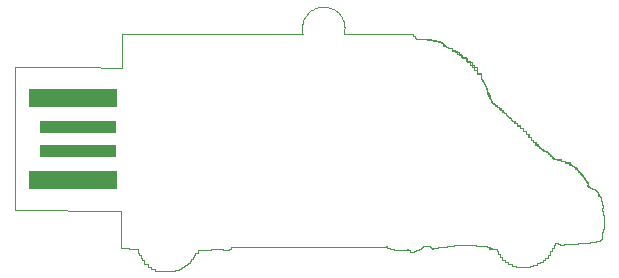
<source format=gtp>
G75*
%MOIN*%
%OFA0B0*%
%FSLAX24Y24*%
%IPPOS*%
%LPD*%
%AMOC8*
5,1,8,0,0,1.08239X$1,22.5*
%
%ADD10C,0.0010*%
%ADD11C,0.0004*%
%ADD12R,0.2953X0.0591*%
%ADD13R,0.2559X0.0394*%
D10*
X005682Y009387D02*
X005682Y009460D01*
X005557Y009460D01*
X005557Y009555D01*
X005438Y009555D01*
X005438Y009675D01*
X005386Y009675D01*
X005386Y009746D01*
X005331Y009746D01*
X005331Y009835D01*
X005283Y009835D01*
X005283Y009927D01*
X005250Y009927D01*
X005250Y010007D01*
X005235Y010007D01*
X005235Y010055D01*
X005135Y010055D01*
X005135Y010061D01*
X004929Y010061D01*
X004929Y010074D01*
X004755Y010074D01*
X005682Y009387D02*
X005818Y009387D01*
X005818Y009333D01*
X005969Y009333D01*
X005969Y009320D01*
X006023Y009320D01*
X006023Y009312D01*
X006073Y009312D01*
X006073Y009309D01*
X006244Y009309D01*
X006244Y009310D01*
X006349Y009310D01*
X006349Y009313D01*
X006415Y009313D01*
X006415Y009320D02*
X006463Y009320D01*
X006463Y009335D01*
X006514Y009335D01*
X006514Y009363D02*
X006595Y009363D01*
X006595Y009396D01*
X006672Y009396D01*
X006672Y009417D01*
X006716Y009417D01*
X006716Y009440D01*
X006758Y009440D01*
X006758Y009471D01*
X006807Y009471D01*
X006807Y009514D01*
X006871Y009514D01*
X006871Y009550D01*
X006918Y009550D01*
X006918Y009598D01*
X006966Y009598D01*
X006966Y009653D01*
X007016Y009653D01*
X007016Y009715D01*
X007064Y009715D01*
X007064Y009780D01*
X007109Y009780D01*
X007109Y009846D01*
X007149Y009846D01*
X007149Y009909D01*
X007182Y009909D01*
X007207Y009931D01*
X007231Y009931D01*
X007231Y010005D01*
X007256Y010005D01*
X007256Y010011D01*
X007305Y010011D01*
X007305Y010014D01*
X007335Y010014D01*
X007335Y010017D01*
X007384Y010017D01*
X007384Y010021D01*
X007444Y010021D01*
X007444Y010023D01*
X007508Y010023D01*
X007508Y010027D01*
X007581Y010027D01*
X007581Y010031D01*
X007664Y010031D01*
X007664Y010037D01*
X007748Y010037D01*
X007748Y010043D01*
X007821Y010043D01*
X007821Y010049D01*
X007893Y010049D01*
X007893Y010053D01*
X007948Y010053D01*
X007948Y010055D01*
X007990Y010055D01*
X007990Y010056D01*
X008020Y010056D01*
X008020Y010054D01*
X008041Y010054D01*
X008041Y010051D01*
X008054Y010051D01*
X008054Y010045D01*
X008063Y010045D01*
X008063Y010038D01*
X008068Y010038D01*
X008068Y010023D01*
X008084Y010023D01*
X008084Y010011D01*
X008111Y010011D01*
X008111Y010003D01*
X008146Y010003D01*
X008146Y010001D01*
X008189Y010001D01*
X008189Y010003D01*
X008211Y010003D01*
X008211Y010007D01*
X008233Y010007D01*
X008233Y010017D01*
X008256Y010017D01*
X008256Y010031D01*
X008283Y010031D01*
X008283Y010049D01*
X008311Y010049D01*
X008311Y010066D01*
X008328Y010066D01*
X008328Y010088D01*
X008340Y010088D01*
X008353Y010123D01*
X008364Y010123D01*
X008377Y010124D01*
X013513Y010111D01*
X013488Y010154D01*
X013552Y010154D01*
X013552Y010099D01*
X013633Y010099D01*
X013633Y010063D01*
X013698Y010063D01*
X013698Y010040D01*
X013756Y010040D01*
X013756Y010026D01*
X013822Y010026D01*
X013822Y010018D01*
X013917Y010018D01*
X013917Y010016D01*
X014033Y010016D01*
X014033Y010020D01*
X014142Y010020D01*
X014142Y010031D01*
X014217Y010031D01*
X014217Y010036D01*
X014237Y010036D01*
X014237Y010035D01*
X014253Y010035D01*
X014253Y010024D01*
X014270Y010024D01*
X014270Y010000D01*
X014296Y010000D01*
X014296Y009965D01*
X014344Y009965D01*
X014344Y009949D01*
X014391Y009949D01*
X014391Y009953D01*
X014437Y009953D01*
X014437Y009975D01*
X014482Y009975D01*
X014482Y009991D01*
X014513Y009991D01*
X014513Y010008D01*
X014553Y010008D01*
X014553Y010030D01*
X014611Y010030D01*
X014611Y010054D01*
X014661Y010054D01*
X014661Y010079D01*
X014698Y010079D01*
X014698Y010103D01*
X014720Y010103D01*
X014720Y010123D01*
X014736Y010123D01*
X014736Y010136D01*
X014760Y010136D01*
X014760Y010143D01*
X014806Y010143D01*
X014806Y010149D01*
X014885Y010149D01*
X014885Y010154D01*
X014975Y010154D01*
X014975Y010131D01*
X014981Y010131D01*
X014981Y010107D01*
X014993Y010107D01*
X014993Y010083D01*
X015013Y010083D01*
X015013Y010071D01*
X015028Y010071D01*
X015028Y010063D01*
X015041Y010063D01*
X015041Y010061D01*
X015056Y010061D01*
X015056Y010063D01*
X015075Y010063D01*
X015075Y010067D01*
X015107Y010067D01*
X015107Y010075D01*
X015167Y010075D01*
X015167Y010087D01*
X015247Y010087D01*
X015247Y010100D01*
X015338Y010100D01*
X015338Y010114D01*
X015438Y010114D01*
X015438Y010129D01*
X015542Y010129D01*
X015542Y010142D01*
X015636Y010142D01*
X015636Y010152D01*
X015710Y010152D01*
X015710Y010160D01*
X015766Y010160D01*
X015766Y010169D01*
X015814Y010169D01*
X015814Y010176D01*
X015849Y010176D01*
X015849Y010182D01*
X015866Y010182D01*
X015866Y010187D01*
X015897Y010187D01*
X015897Y010188D01*
X015969Y010188D01*
X015969Y010186D01*
X016074Y010186D01*
X016074Y010182D01*
X016204Y010182D01*
X016204Y010176D01*
X016350Y010176D01*
X016350Y010167D01*
X016503Y010167D01*
X016503Y010156D01*
X016656Y010156D01*
X016656Y010144D01*
X016800Y010144D01*
X016800Y010139D01*
X016838Y010139D01*
X016838Y010134D01*
X016867Y010134D01*
X016867Y010128D01*
X016888Y010128D01*
X016888Y010119D01*
X016900Y010119D01*
X016900Y010112D01*
X016914Y010112D01*
X016914Y010105D01*
X016933Y010105D01*
X016933Y010100D01*
X016961Y010100D01*
X016961Y010097D01*
X017001Y010097D01*
X017001Y010093D01*
X017006Y010081D01*
X017006Y010075D01*
X017038Y010075D01*
X017038Y010066D01*
X017064Y010066D01*
X017064Y010051D01*
X016953Y010088D01*
X016953Y010063D01*
X016998Y010063D01*
X016998Y010048D01*
X017039Y010048D01*
X017039Y010040D01*
X017081Y010040D01*
X017081Y010038D01*
X017208Y010038D01*
X017208Y009988D01*
X017233Y009988D01*
X017233Y009887D01*
X017296Y009887D01*
X017296Y009784D01*
X017380Y009784D01*
X017380Y009690D01*
X017476Y009690D01*
X017476Y009615D01*
X017576Y009615D01*
X017576Y009549D01*
X017695Y009549D01*
X017695Y009499D01*
X017823Y009499D01*
X017823Y009464D01*
X017958Y009464D01*
X017958Y009446D01*
X018202Y009446D01*
X018202Y009459D01*
X018309Y009459D01*
X018309Y009484D01*
X018417Y009484D01*
X018417Y009520D01*
X018522Y009520D01*
X018522Y009567D01*
X018624Y009567D01*
X018624Y009624D01*
X018721Y009624D01*
X018721Y009690D01*
X018812Y009690D01*
X018812Y009765D01*
X018893Y009765D01*
X018893Y009861D01*
X018973Y009861D01*
X018973Y009972D01*
X019047Y009972D01*
X019047Y010084D01*
X019106Y010084D01*
X019106Y010184D01*
X019141Y010184D01*
X019141Y010231D01*
X019152Y010231D01*
X019152Y010235D01*
X019205Y010235D01*
X019205Y010237D01*
X019233Y010237D01*
X019233Y010235D01*
X019251Y010235D01*
X019251Y010231D01*
X019262Y010231D01*
X019262Y010222D01*
X019271Y010222D01*
X019271Y010209D01*
X019281Y010209D01*
X019281Y010201D01*
X019296Y010201D01*
X019296Y010196D01*
X019322Y010196D01*
X019322Y010194D01*
X019368Y010194D01*
X019368Y010197D01*
X019441Y010197D01*
X019441Y010203D01*
X019548Y010203D01*
X019548Y010214D01*
X019696Y010214D01*
X019696Y010229D01*
X019893Y010229D01*
X019893Y010242D01*
X020062Y010242D01*
X020062Y010251D01*
X020196Y010251D01*
X020196Y010260D01*
X020298Y010260D01*
X020298Y010267D01*
X020374Y010267D01*
X020374Y010273D01*
X020428Y010273D01*
X020428Y010278D01*
X020464Y010278D01*
X020464Y010284D01*
X020487Y010284D01*
X020487Y010290D01*
X020501Y010290D01*
X020501Y010303D01*
X020539Y010303D01*
X020539Y010308D01*
X020584Y010308D01*
X020584Y010309D01*
X020610Y010309D01*
X020610Y010313D01*
X020629Y010313D01*
X020629Y010323D01*
X020646Y010323D01*
X020646Y010340D01*
X020664Y010340D01*
X020664Y010361D01*
X020680Y010361D01*
X020680Y010378D01*
X020690Y010378D01*
X020690Y010401D01*
X020694Y010401D01*
X020694Y010436D01*
X020694Y010436D01*
X020694Y010491D01*
X020697Y010491D01*
X020697Y010543D01*
X020707Y010543D01*
X020707Y010587D01*
X020720Y010587D01*
X020720Y010616D01*
X020736Y010616D01*
X020736Y010649D01*
X020749Y010649D01*
X020749Y010713D01*
X020758Y010713D01*
X020758Y010799D01*
X020762Y010799D01*
X020762Y010899D01*
X020764Y010899D01*
X020764Y011003D01*
X020762Y011003D01*
X020762Y011103D01*
X020756Y011103D01*
X020756Y011189D01*
X020747Y011189D01*
X020747Y011254D01*
X020734Y011254D01*
X020734Y011330D01*
X020720Y011330D01*
X020720Y011403D01*
X020728Y011403D01*
X020728Y011475D01*
X020722Y011475D01*
X020722Y011533D01*
X020712Y011533D01*
X020712Y011597D01*
X020700Y011597D01*
X020700Y011660D01*
X020685Y011660D01*
X020685Y011715D01*
X020670Y011715D01*
X020670Y011758D01*
X020657Y011758D01*
X020657Y011782D01*
X020646Y011782D01*
X020646Y011798D01*
X020627Y011798D01*
X020627Y011804D01*
X020605Y011804D01*
X020605Y011805D01*
X020592Y011805D01*
X020592Y011810D01*
X020585Y011810D01*
X020585Y011820D01*
X020584Y011820D01*
X020584Y011839D01*
X020587Y011839D01*
X020587Y011860D01*
X020589Y011860D01*
X020589Y011879D01*
X020584Y011879D01*
X020584Y011903D01*
X020572Y011903D01*
X020572Y011940D01*
X020547Y011940D01*
X020547Y011964D01*
X020530Y011964D01*
X020530Y011982D01*
X020516Y011982D01*
X020516Y011998D01*
X020499Y011998D01*
X020499Y012011D01*
X020480Y012011D01*
X020480Y012024D01*
X020454Y012024D01*
X020454Y012040D01*
X020417Y012040D01*
X020417Y012060D01*
X020368Y012060D01*
X020368Y012085D01*
X020302Y012085D01*
X020302Y012102D01*
X020259Y012102D01*
X020259Y012115D01*
X020234Y012115D01*
X020234Y012127D01*
X020221Y012127D01*
X020221Y012142D01*
X020215Y012142D01*
X020215Y012164D01*
X020214Y012164D01*
X020214Y012179D01*
X020220Y012179D01*
X020220Y012195D01*
X020227Y012195D01*
X020227Y012220D01*
X020230Y012220D01*
X020230Y012235D01*
X020229Y012235D01*
X020229Y012248D01*
X020224Y012248D01*
X020224Y012258D01*
X020215Y012258D01*
X020215Y012267D01*
X020201Y012267D01*
X020201Y012281D01*
X020186Y012281D01*
X020186Y012305D01*
X020164Y012305D01*
X020164Y012338D01*
X020140Y012338D01*
X020140Y012374D01*
X020115Y012374D01*
X020115Y012413D01*
X020087Y012413D01*
X020087Y012456D01*
X020057Y012456D01*
X020057Y012496D01*
X020027Y012496D01*
X020027Y012529D01*
X020001Y012529D01*
X020001Y012557D01*
X019979Y012557D01*
X019979Y012582D01*
X019958Y012582D01*
X019958Y012602D01*
X019943Y012602D01*
X019943Y012614D01*
X019933Y012614D01*
X019933Y012629D01*
X019919Y012629D01*
X019919Y012655D01*
X019892Y012655D01*
X019892Y012689D01*
X019855Y012689D01*
X019855Y012727D01*
X019812Y012727D01*
X019812Y012775D01*
X019757Y012775D01*
X019757Y012812D01*
X019708Y012812D01*
X019708Y012840D01*
X019664Y012840D01*
X019664Y012866D01*
X019616Y012866D01*
X019616Y012931D01*
X019474Y012931D01*
X019474Y012989D01*
X019331Y012989D01*
X019331Y013032D01*
X019203Y013032D01*
X019203Y013055D01*
X019105Y013055D01*
X019105Y013059D01*
X019081Y013059D01*
X019081Y013066D01*
X019064Y013066D01*
X019064Y013080D01*
X019051Y013080D01*
X019051Y013103D01*
X019035Y013103D01*
X019035Y013119D01*
X019024Y013119D01*
X019024Y013135D01*
X019012Y013135D01*
X019012Y013148D01*
X019001Y013148D01*
X019001Y013155D01*
X018993Y013155D01*
X018993Y013165D01*
X018982Y013165D01*
X018982Y013183D01*
X018965Y013183D01*
X018965Y013206D01*
X018944Y013206D01*
X018944Y013233D01*
X018920Y013233D01*
X018920Y013255D01*
X018901Y013255D01*
X018901Y013271D01*
X018886Y013271D01*
X018886Y013283D01*
X018875Y013283D01*
X018875Y013291D01*
X018864Y013291D01*
X018864Y013297D01*
X018855Y013297D01*
X018855Y013299D01*
X018846Y013299D01*
X018846Y013301D01*
X018821Y013301D01*
X018821Y013305D01*
X018789Y013305D01*
X018789Y013316D01*
X018769Y013316D01*
X018769Y013332D01*
X018749Y013332D01*
X018749Y013348D01*
X018719Y013348D01*
X018719Y013366D01*
X018687Y013366D01*
X018687Y013385D01*
X018663Y013385D01*
X018663Y013403D01*
X018640Y013403D01*
X018640Y013418D01*
X018612Y013418D01*
X018612Y013435D01*
X018587Y013435D01*
X018587Y013473D01*
X018545Y013473D01*
X018545Y013531D01*
X018486Y013531D01*
X018486Y013611D01*
X018411Y013611D01*
X018411Y013686D01*
X018338Y013686D01*
X018338Y013775D01*
X018251Y013775D01*
X018251Y013872D01*
X018157Y013872D01*
X018157Y013972D01*
X018057Y013972D01*
X018057Y014070D01*
X017958Y014070D01*
X017958Y014164D01*
X017862Y014164D01*
X017862Y014246D01*
X017777Y014246D01*
X017777Y014314D01*
X017706Y014314D01*
X017706Y014354D01*
X017663Y014354D01*
X017663Y014400D01*
X017616Y014400D01*
X017616Y014443D01*
X017569Y014443D01*
X017569Y014481D01*
X017529Y014481D01*
X017529Y014521D01*
X017488Y014521D01*
X017488Y014567D01*
X017437Y014567D01*
X017437Y014618D01*
X017380Y014618D01*
X017380Y014673D01*
X017320Y014673D01*
X017320Y014728D01*
X017258Y014728D01*
X017258Y014780D01*
X017198Y014780D01*
X017198Y014828D01*
X017142Y014828D01*
X017142Y014869D01*
X017094Y014869D01*
X017094Y014896D01*
X017063Y014896D01*
X017063Y014921D01*
X017037Y014921D01*
X017037Y014940D01*
X017020Y014940D01*
X017020Y014951D01*
X017013Y014951D01*
X017013Y014966D01*
X017008Y014966D01*
X017008Y014996D01*
X016996Y014996D01*
X016996Y015036D01*
X016976Y015036D01*
X016976Y015083D01*
X016953Y015083D01*
X016953Y015165D01*
X016913Y015165D01*
X016913Y015230D01*
X016885Y015230D01*
X016885Y015281D01*
X016869Y015281D01*
X016869Y015321D01*
X016865Y015321D01*
X016865Y015342D01*
X016860Y015342D01*
X016860Y015377D01*
X016846Y015377D01*
X016846Y015424D01*
X016825Y015424D01*
X016825Y015479D01*
X016797Y015479D01*
X016797Y015538D01*
X016766Y015538D01*
X016766Y015600D01*
X016731Y015600D01*
X016731Y015661D01*
X016695Y015661D01*
X016695Y015719D01*
X016660Y015719D01*
X016660Y015878D01*
X016549Y015878D01*
X016549Y016033D01*
X016427Y016033D01*
X016427Y016180D01*
X016294Y016180D01*
X016294Y016318D01*
X016155Y016318D01*
X016155Y016444D01*
X016010Y016444D01*
X016010Y016557D01*
X015862Y016557D01*
X015862Y016655D01*
X015714Y016655D01*
X015714Y016736D01*
X015566Y016736D01*
X015566Y016773D01*
X015490Y016773D01*
X015490Y016801D01*
X015446Y016801D01*
X015446Y016827D01*
X015420Y016827D01*
X015420Y016864D01*
X015399Y016864D01*
X015399Y016883D01*
X015388Y016883D01*
X015388Y016900D01*
X015375Y016900D01*
X015375Y016916D01*
X015361Y016916D01*
X015361Y016926D01*
X015347Y016926D01*
X015347Y016946D01*
X015306Y016946D01*
X015306Y016964D01*
X015246Y016964D01*
X015246Y016982D01*
X015170Y016982D01*
X015170Y016998D01*
X015080Y016998D01*
X015080Y017012D01*
X014979Y017012D01*
X014979Y017025D01*
X014868Y017025D01*
X014868Y017036D01*
X014750Y017036D01*
X014750Y017044D01*
X014627Y017044D01*
X014627Y017050D01*
X014493Y017050D01*
X014493Y017088D01*
X014475Y017088D01*
X014475Y017120D01*
X014458Y017120D01*
X014458Y017142D01*
X014441Y017142D01*
X014441Y017143D01*
X014438Y017143D01*
X014438Y017144D01*
X014431Y017144D01*
X014431Y017145D01*
X014420Y017145D01*
X014420Y017146D01*
X014403Y017146D01*
X014412Y017156D02*
X014429Y017156D01*
X014429Y017155D01*
X014440Y017155D01*
X014440Y017154D01*
X014448Y017154D01*
X014448Y017153D01*
X014451Y017153D01*
X014451Y017151D01*
X014467Y017151D01*
X014467Y017129D01*
X014484Y017129D01*
X014484Y017098D01*
X014501Y017098D01*
X014501Y017059D01*
X014635Y017059D01*
X014635Y017053D01*
X014759Y017053D01*
X014759Y017045D01*
X014877Y017045D01*
X014877Y017035D01*
X014988Y017035D01*
X014988Y017022D01*
X015090Y017022D01*
X015090Y017007D01*
X015179Y017007D01*
X015179Y016991D01*
X015255Y016991D01*
X015255Y016973D01*
X015315Y016973D01*
X015315Y016954D01*
X015357Y016954D01*
X015357Y016935D01*
X015370Y016935D01*
X015370Y016925D01*
X015384Y016925D01*
X015384Y016910D01*
X015397Y016910D01*
X015397Y016892D01*
X015408Y016892D01*
X015408Y016874D01*
X015430Y016874D01*
X015430Y016837D01*
X015456Y016837D01*
X015456Y016810D01*
X015500Y016810D01*
X015500Y016783D01*
X015575Y016783D01*
X015575Y016745D01*
X015687Y016745D01*
X015687Y016684D01*
X015812Y016684D01*
X015812Y016606D01*
X015936Y016606D01*
X015936Y016519D01*
X016049Y016519D01*
X016049Y016430D01*
X016220Y016430D01*
X016220Y016274D01*
X016384Y016274D01*
X016384Y016100D01*
X016536Y016100D01*
X016536Y015916D01*
X016668Y015916D01*
X016668Y015728D01*
X016705Y015728D01*
X016705Y015671D01*
X016740Y015671D01*
X016740Y015609D01*
X016775Y015609D01*
X016775Y015548D01*
X016807Y015548D01*
X016807Y015488D01*
X016834Y015488D01*
X016834Y015433D01*
X016855Y015433D01*
X016855Y015387D01*
X016869Y015387D01*
X016869Y015351D01*
X016874Y015351D01*
X016874Y015330D01*
X016879Y015330D01*
X016879Y015290D01*
X016895Y015290D01*
X016895Y015239D01*
X016922Y015239D01*
X016922Y015174D01*
X016962Y015174D01*
X016962Y015092D01*
X016986Y015092D01*
X016986Y015046D01*
X017005Y015046D01*
X017005Y015005D01*
X017018Y015005D01*
X017018Y014975D01*
X017023Y014975D01*
X017023Y014961D01*
X017029Y014961D01*
X017029Y014950D01*
X017047Y014950D01*
X017047Y014931D01*
X017072Y014931D01*
X017072Y014906D01*
X017103Y014906D01*
X017103Y014878D01*
X017152Y014878D01*
X017152Y014837D01*
X017207Y014837D01*
X017207Y014789D01*
X017268Y014789D01*
X017268Y014737D01*
X017329Y014737D01*
X017329Y014682D01*
X017389Y014682D01*
X017389Y014628D01*
X017446Y014628D01*
X017446Y014576D01*
X017497Y014576D01*
X017497Y014529D01*
X017538Y014529D01*
X017538Y014491D01*
X017578Y014491D01*
X017578Y014453D01*
X017625Y014453D01*
X017625Y014409D01*
X017672Y014409D01*
X017672Y014364D01*
X017715Y014364D01*
X017715Y014324D01*
X017787Y014324D01*
X017787Y014256D01*
X017872Y014256D01*
X017872Y014173D01*
X017967Y014173D01*
X017967Y014080D01*
X018066Y014080D01*
X018066Y013981D01*
X018166Y013981D01*
X018166Y013881D01*
X018261Y013881D01*
X018261Y013785D01*
X018347Y013785D01*
X018347Y013696D01*
X018420Y013696D01*
X018420Y013620D01*
X018496Y013620D01*
X018496Y013540D01*
X018555Y013540D01*
X018555Y013482D01*
X018596Y013482D01*
X018596Y013445D01*
X018621Y013445D01*
X018621Y013428D01*
X018649Y013428D01*
X018649Y013412D01*
X018672Y013412D01*
X018672Y013394D01*
X018696Y013394D01*
X018696Y013375D01*
X018728Y013375D01*
X018728Y013358D01*
X018758Y013358D01*
X018758Y013342D01*
X018778Y013342D01*
X018778Y013325D01*
X018798Y013325D01*
X018798Y013314D01*
X018831Y013314D01*
X018831Y013310D01*
X018855Y013310D01*
X018855Y013309D01*
X018864Y013309D01*
X018864Y013305D01*
X018874Y013305D01*
X018874Y013301D01*
X018884Y013301D01*
X018884Y013292D01*
X018896Y013292D01*
X018896Y013281D01*
X018910Y013281D01*
X018910Y013264D01*
X018929Y013264D01*
X018929Y013242D01*
X018953Y013242D01*
X018953Y013216D01*
X018974Y013216D01*
X018974Y013192D01*
X018992Y013192D01*
X018992Y013174D01*
X019002Y013174D01*
X019002Y013165D01*
X019010Y013165D01*
X019010Y013157D01*
X019021Y013157D01*
X019021Y013145D01*
X019033Y013145D01*
X019033Y013129D01*
X019044Y013129D01*
X019044Y013111D01*
X019060Y013111D01*
X019060Y013089D01*
X019074Y013089D01*
X019074Y013075D01*
X019091Y013075D01*
X019091Y013068D01*
X019114Y013068D01*
X019114Y013063D01*
X019212Y013063D01*
X019212Y013041D01*
X019340Y013041D01*
X019340Y012998D01*
X019484Y012998D01*
X019484Y012941D01*
X019625Y012941D01*
X019625Y012875D01*
X019673Y012875D01*
X019673Y012849D01*
X019718Y012849D01*
X019718Y012820D01*
X019766Y012820D01*
X019766Y012784D01*
X019821Y012784D01*
X019821Y012737D01*
X019864Y012737D01*
X019864Y012698D01*
X019902Y012698D01*
X019902Y012664D01*
X019929Y012664D01*
X019929Y012638D01*
X019943Y012638D01*
X019943Y012624D01*
X019952Y012624D01*
X019952Y012611D01*
X019968Y012611D01*
X019968Y012591D01*
X019988Y012591D01*
X019988Y012566D01*
X020010Y012566D01*
X020010Y012538D01*
X020036Y012538D01*
X020036Y012506D01*
X020066Y012506D01*
X020066Y012466D01*
X020097Y012466D01*
X020097Y012423D01*
X020123Y012423D01*
X020123Y012383D01*
X020149Y012383D01*
X020149Y012347D01*
X020173Y012347D01*
X020173Y012315D01*
X020195Y012315D01*
X020195Y012291D01*
X020210Y012291D01*
X020210Y012277D01*
X020225Y012277D01*
X020225Y012267D01*
X020234Y012267D01*
X020234Y012256D01*
X020238Y012256D01*
X020238Y012241D01*
X020239Y012241D01*
X020239Y012220D01*
X020236Y012220D01*
X020236Y012188D01*
X020230Y012188D01*
X020230Y012170D01*
X020222Y012170D01*
X020222Y012153D01*
X020232Y012153D01*
X020232Y012136D01*
X020262Y012136D01*
X020262Y012116D01*
X020311Y012116D01*
X020311Y012094D01*
X014412Y017157D02*
X014412Y017156D01*
D11*
X014404Y017147D02*
X014391Y017216D01*
X012091Y017216D01*
X012092Y017216D02*
X012105Y017267D01*
X012114Y017319D01*
X012119Y017372D01*
X012121Y017425D01*
X012119Y017477D01*
X012112Y017530D01*
X012102Y017581D01*
X012088Y017632D01*
X012070Y017682D01*
X012049Y017730D01*
X012024Y017777D01*
X011995Y017821D01*
X011964Y017863D01*
X011929Y017903D01*
X011891Y017940D01*
X011851Y017975D01*
X011809Y018006D01*
X011764Y018034D01*
X011717Y018058D01*
X011669Y018079D01*
X011619Y018096D01*
X011568Y018110D01*
X011516Y018119D01*
X011463Y018125D01*
X011410Y018127D01*
X011358Y018125D01*
X011305Y018119D01*
X011253Y018109D01*
X011202Y018095D01*
X011153Y018078D01*
X011104Y018057D01*
X011058Y018032D01*
X011013Y018004D01*
X010970Y017973D01*
X010930Y017938D01*
X010893Y017901D01*
X010859Y017861D01*
X010827Y017819D01*
X010799Y017774D01*
X010774Y017728D01*
X010753Y017679D01*
X010735Y017629D01*
X010721Y017579D01*
X010711Y017527D01*
X010705Y017474D01*
X010703Y017422D01*
X010705Y017369D01*
X010710Y017316D01*
X010720Y017264D01*
X010733Y017213D01*
X010733Y017214D02*
X004715Y017224D01*
X004715Y016090D01*
X003273Y016100D01*
X001139Y016109D01*
X001130Y011342D01*
X004657Y011332D01*
X004657Y010265D01*
X004657Y010073D01*
X004754Y010073D01*
D12*
X003055Y012335D03*
X003055Y015090D03*
D13*
X003251Y014106D03*
X003251Y013319D03*
M02*

</source>
